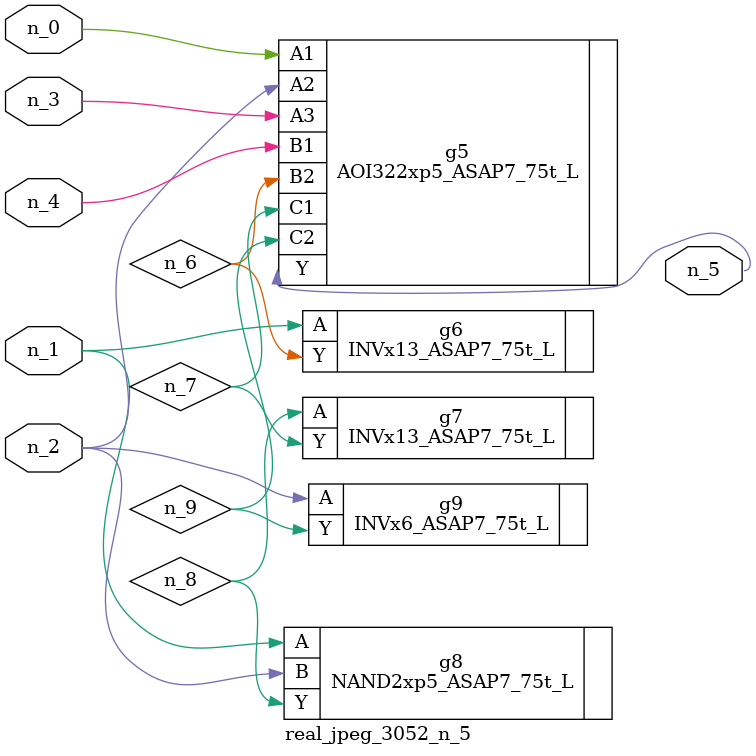
<source format=v>
module real_jpeg_3052_n_5 (n_4, n_0, n_1, n_2, n_3, n_5);

input n_4;
input n_0;
input n_1;
input n_2;
input n_3;

output n_5;

wire n_8;
wire n_6;
wire n_7;
wire n_9;

AOI322xp5_ASAP7_75t_L g5 ( 
.A1(n_0),
.A2(n_2),
.A3(n_3),
.B1(n_4),
.B2(n_6),
.C1(n_7),
.C2(n_9),
.Y(n_5)
);

INVx13_ASAP7_75t_L g6 ( 
.A(n_1),
.Y(n_6)
);

NAND2xp5_ASAP7_75t_L g8 ( 
.A(n_1),
.B(n_2),
.Y(n_8)
);

INVx6_ASAP7_75t_L g9 ( 
.A(n_2),
.Y(n_9)
);

INVx13_ASAP7_75t_L g7 ( 
.A(n_8),
.Y(n_7)
);


endmodule
</source>
